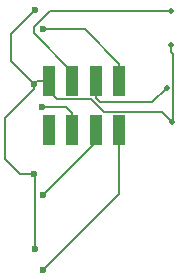
<source format=gbr>
G04 #@! TF.GenerationSoftware,KiCad,Pcbnew,(5.1.4)-1*
G04 #@! TF.CreationDate,2022-11-05T06:08:51+01:00*
G04 #@! TF.ProjectId,REG1-Front-Universal,52454731-2d46-4726-9f6e-742d556e6976,V00.01*
G04 #@! TF.SameCoordinates,Original*
G04 #@! TF.FileFunction,Copper,L2,Bot*
G04 #@! TF.FilePolarity,Positive*
%FSLAX46Y46*%
G04 Gerber Fmt 4.6, Leading zero omitted, Abs format (unit mm)*
G04 Created by KiCad (PCBNEW (5.1.4)-1) date 2022-11-05 06:08:51*
%MOMM*%
%LPD*%
G04 APERTURE LIST*
%ADD10R,1.000000X2.580000*%
%ADD11C,0.600000*%
%ADD12C,0.500000*%
%ADD13C,0.160000*%
G04 APERTURE END LIST*
D10*
X108560000Y-127065000D03*
X108560000Y-122895000D03*
X106560000Y-127065000D03*
X106560000Y-122895000D03*
X104560000Y-127065000D03*
X104560000Y-122895000D03*
X102560000Y-127065000D03*
X102560000Y-122895000D03*
D11*
X101400000Y-116900000D03*
X101310000Y-123160000D03*
X101320000Y-130730000D03*
X101425000Y-137075000D03*
D12*
X112900000Y-119850000D03*
X113000000Y-126350000D03*
D11*
X102120000Y-132530000D03*
D12*
X112900000Y-116950000D03*
D11*
X102100000Y-118500000D03*
X102010000Y-125060000D03*
D12*
X112600000Y-123450000D03*
D11*
X102125000Y-138875000D03*
D13*
X101400000Y-116900000D02*
X99390000Y-118910000D01*
X99390000Y-121240000D02*
X101310000Y-123160000D01*
X99390000Y-118910000D02*
X99390000Y-121240000D01*
X100160000Y-130730000D02*
X101320000Y-130730000D01*
X98890000Y-129460000D02*
X100160000Y-130730000D01*
X98890000Y-126004264D02*
X98890000Y-129460000D01*
X101310000Y-123160000D02*
X101310000Y-123584264D01*
X101310000Y-123584264D02*
X98890000Y-126004264D01*
X101425000Y-130835000D02*
X101320000Y-130730000D01*
X101425000Y-137075000D02*
X101425000Y-130835000D01*
X112950001Y-126399999D02*
X113000000Y-126350000D01*
X113100000Y-126250000D02*
X113000000Y-126350000D01*
X113100000Y-120600000D02*
X113100000Y-126250000D01*
X112900000Y-120400000D02*
X113100000Y-120600000D01*
X112900000Y-119850000D02*
X112900000Y-120400000D01*
X101575000Y-122895000D02*
X101310000Y-123160000D01*
X102560000Y-122895000D02*
X101575000Y-122895000D01*
X112750001Y-126100001D02*
X113000000Y-126350000D01*
X112184999Y-125534999D02*
X112750001Y-126100001D01*
X107254998Y-125534999D02*
X112184999Y-125534999D01*
X106145000Y-124425001D02*
X107254998Y-125534999D01*
X103300001Y-124425001D02*
X106145000Y-124425001D01*
X102560000Y-123685000D02*
X103300001Y-124425001D01*
X102560000Y-122895000D02*
X102560000Y-123685000D01*
X102120000Y-132530000D02*
X105580000Y-129070000D01*
X102419999Y-132230001D02*
X102120000Y-132530000D01*
X106560000Y-128090000D02*
X102419999Y-132230001D01*
X106560000Y-127065000D02*
X106560000Y-128090000D01*
X104560000Y-122105000D02*
X101300000Y-118845000D01*
X104560000Y-122895000D02*
X104560000Y-122105000D01*
X101300000Y-118845000D02*
X101300000Y-118300000D01*
X102650000Y-116950000D02*
X112900000Y-116950000D01*
X101300000Y-118300000D02*
X102650000Y-116950000D01*
X102524264Y-118500000D02*
X102100000Y-118500000D01*
X105615000Y-118500000D02*
X103800000Y-118500000D01*
X108560000Y-121445000D02*
X105615000Y-118500000D01*
X108560000Y-122895000D02*
X108560000Y-121445000D01*
X103800000Y-118500000D02*
X102524264Y-118500000D01*
X102434264Y-125060000D02*
X102010000Y-125060000D01*
X104005000Y-125060000D02*
X102434264Y-125060000D01*
X104560000Y-125615000D02*
X104005000Y-125060000D01*
X104560000Y-127065000D02*
X104560000Y-125615000D01*
X106560000Y-124345000D02*
X106915000Y-124700000D01*
X106560000Y-122895000D02*
X106560000Y-124345000D01*
X111350000Y-124700000D02*
X112600000Y-123450000D01*
X106915000Y-124700000D02*
X111350000Y-124700000D01*
X102424999Y-138575001D02*
X102424999Y-138565001D01*
X102125000Y-138875000D02*
X102424999Y-138575001D01*
X102424999Y-138565001D02*
X107570000Y-133420000D01*
X108560000Y-132440000D02*
X102125000Y-138875000D01*
X108560000Y-127065000D02*
X108560000Y-132440000D01*
M02*

</source>
